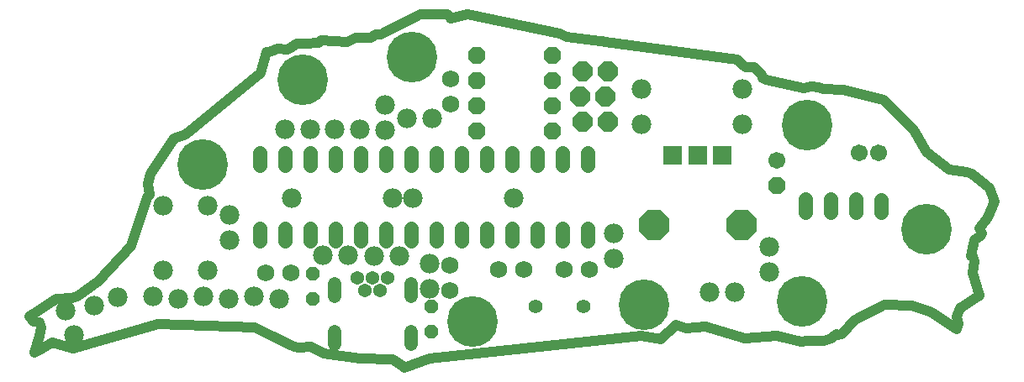
<source format=gts>
G75*
%MOIN*%
%OFA0B0*%
%FSLAX25Y25*%
%IPPOS*%
%LPD*%
%AMOC8*
5,1,8,0,0,1.08239X$1,22.5*
%
%ADD10C,0.03937*%
%ADD11C,0.06900*%
%ADD12OC8,0.07800*%
%ADD13C,0.07800*%
%ADD14C,0.05600*%
%ADD15C,0.05600*%
%ADD16C,0.20085*%
%ADD17C,0.12211*%
%ADD18R,0.07800X0.07800*%
%ADD19OC8,0.12211*%
%ADD20OC8,0.06700*%
%ADD21C,0.06699*%
%ADD22C,0.06700*%
%ADD23OC8,0.05600*%
%ADD24C,0.05400*%
%ADD25C,0.05400*%
D10*
X0008771Y0034515D02*
X0012395Y0036356D01*
X0015808Y0038479D01*
X0024233Y0036008D01*
X0057872Y0045942D01*
X0096039Y0044369D01*
X0102228Y0041358D01*
X0111939Y0036882D01*
X0113708Y0036619D01*
X0118598Y0036712D01*
X0123467Y0034261D01*
X0137856Y0032202D01*
X0150764Y0031709D01*
X0154718Y0029078D01*
X0155374Y0028375D01*
X0165572Y0031988D01*
X0249621Y0041106D01*
X0256961Y0039781D01*
X0263107Y0045413D01*
X0266976Y0044210D01*
X0274740Y0044884D01*
X0290606Y0039964D01*
X0303067Y0041028D01*
X0312641Y0038948D01*
X0312727Y0038873D01*
X0314885Y0039146D01*
X0321861Y0039222D01*
X0324928Y0040062D01*
X0325434Y0040653D01*
X0326727Y0041670D01*
X0326816Y0041423D01*
X0328650Y0041907D01*
X0334188Y0047312D01*
X0345873Y0053438D01*
X0356817Y0053095D01*
X0364536Y0050442D01*
X0374524Y0043791D01*
X0375053Y0045778D01*
X0374453Y0048832D01*
X0375660Y0052207D01*
X0383539Y0056997D01*
X0380720Y0066120D01*
X0381549Y0070766D01*
X0380875Y0072851D01*
X0379966Y0072669D01*
X0381604Y0079242D01*
X0383858Y0080773D01*
X0384381Y0081953D01*
X0383416Y0083909D01*
X0386748Y0088278D01*
X0389604Y0094445D01*
X0387502Y0099819D01*
X0380446Y0105537D01*
X0378569Y0106249D01*
X0371360Y0107004D01*
X0362601Y0114024D01*
X0357615Y0122753D01*
X0345403Y0134756D01*
X0329386Y0138745D01*
X0321403Y0139159D01*
X0319932Y0139754D01*
X0316855Y0140261D01*
X0313816Y0139426D01*
X0298738Y0142801D01*
X0297589Y0143605D01*
X0297283Y0144690D01*
X0294231Y0147799D01*
X0290741Y0147881D01*
X0289356Y0148861D01*
X0287404Y0150934D01*
X0234996Y0157775D01*
X0233808Y0158022D01*
X0233356Y0158114D01*
X0233111Y0158155D01*
X0219625Y0159863D01*
X0217100Y0161211D01*
X0180388Y0168653D01*
X0173902Y0167110D01*
X0173800Y0167465D01*
X0172369Y0168838D01*
X0161872Y0168833D01*
X0146164Y0160869D01*
X0144207Y0160760D01*
X0142243Y0159516D01*
X0142114Y0159493D01*
X0140845Y0159522D01*
X0139613Y0159608D01*
X0136073Y0159324D01*
X0132653Y0157929D01*
X0122497Y0158481D01*
X0121550Y0157432D01*
X0121042Y0157535D01*
X0116351Y0157047D01*
X0112905Y0157205D01*
X0111724Y0156454D01*
X0110748Y0155651D01*
X0109904Y0154996D01*
X0109901Y0154998D01*
X0109233Y0154928D01*
X0105124Y0155142D01*
X0102678Y0154062D01*
X0100895Y0153682D01*
X0098510Y0145476D01*
X0068930Y0121202D01*
X0064241Y0119516D01*
X0054807Y0105464D01*
X0053750Y0101595D01*
X0054562Y0097178D01*
X0053395Y0095981D01*
X0047110Y0076876D01*
X0034112Y0062660D01*
X0025812Y0056845D01*
X0023608Y0056254D01*
X0017317Y0055950D01*
X0006765Y0048892D01*
X0008422Y0046661D01*
X0010658Y0046355D01*
X0011316Y0044610D01*
X0010956Y0041106D01*
X0008771Y0034515D01*
D11*
X0100555Y0066000D03*
X0110555Y0066000D03*
X0173547Y0069149D03*
X0173547Y0059149D03*
X0192919Y0067306D03*
X0202919Y0067306D03*
X0218788Y0067458D03*
X0228788Y0067458D03*
X0173941Y0133165D03*
X0173941Y0143165D03*
D12*
X0225231Y0136142D03*
X0235231Y0136142D03*
X0236231Y0126142D03*
X0226231Y0126142D03*
X0226231Y0146142D03*
X0236231Y0146142D03*
D13*
X0249453Y0139228D03*
X0249610Y0125055D03*
X0289610Y0125055D03*
X0289453Y0139228D03*
X0198950Y0095855D03*
X0158950Y0095855D03*
X0150870Y0095855D03*
X0110870Y0095855D03*
X0086146Y0088992D03*
X0077526Y0092737D03*
X0059726Y0092737D03*
X0086146Y0078992D03*
X0077526Y0067137D03*
X0059726Y0067137D03*
X0055831Y0056764D03*
X0065831Y0055764D03*
X0075831Y0056764D03*
X0085831Y0055764D03*
X0095831Y0056764D03*
X0105831Y0055764D03*
X0123002Y0073070D03*
X0133002Y0073070D03*
X0143312Y0072645D03*
X0153312Y0072645D03*
X0165552Y0069784D03*
X0165552Y0059784D03*
X0238508Y0071748D03*
X0238508Y0081748D03*
X0276599Y0058436D03*
X0286599Y0058436D03*
X0300078Y0066393D03*
X0300078Y0076393D03*
X0166343Y0127417D03*
X0156343Y0127417D03*
X0147957Y0122929D03*
X0137878Y0123086D03*
X0127878Y0123086D03*
X0118035Y0123086D03*
X0108035Y0123086D03*
X0147957Y0132929D03*
X0041922Y0056396D03*
X0032525Y0052975D03*
X0021151Y0051001D03*
X0024571Y0041604D03*
D14*
X0097989Y0078649D02*
X0097989Y0083849D01*
X0107989Y0083849D02*
X0107989Y0078649D01*
X0117989Y0078649D02*
X0117989Y0083849D01*
X0127989Y0083849D02*
X0127989Y0078649D01*
X0137989Y0078649D02*
X0137989Y0083849D01*
X0147989Y0083849D02*
X0147989Y0078649D01*
X0157989Y0078649D02*
X0157989Y0083849D01*
X0167989Y0083849D02*
X0167989Y0078649D01*
X0177989Y0078649D02*
X0177989Y0083849D01*
X0187989Y0083849D02*
X0187989Y0078649D01*
X0197989Y0078649D02*
X0197989Y0083849D01*
X0207989Y0083849D02*
X0207989Y0078649D01*
X0217989Y0078649D02*
X0217989Y0083849D01*
X0227989Y0083849D02*
X0227989Y0078649D01*
X0227989Y0108649D02*
X0227989Y0113849D01*
X0217989Y0113849D02*
X0217989Y0108649D01*
X0207989Y0108649D02*
X0207989Y0113849D01*
X0197989Y0113849D02*
X0197989Y0108649D01*
X0187989Y0108649D02*
X0187989Y0113849D01*
X0177989Y0113849D02*
X0177989Y0108649D01*
X0167989Y0108649D02*
X0167989Y0113849D01*
X0157989Y0113849D02*
X0157989Y0108649D01*
X0147989Y0108649D02*
X0147989Y0113849D01*
X0137989Y0113849D02*
X0137989Y0108649D01*
X0127989Y0108649D02*
X0127989Y0113849D01*
X0117989Y0113849D02*
X0117989Y0108649D01*
X0107989Y0108649D02*
X0107989Y0113849D01*
X0097989Y0113849D02*
X0097989Y0108649D01*
X0314585Y0095295D02*
X0314585Y0090095D01*
X0324585Y0090095D02*
X0324585Y0095295D01*
X0324607Y0095284D02*
X0324607Y0090084D01*
X0334585Y0090095D02*
X0334585Y0095295D01*
X0334607Y0095284D02*
X0334607Y0090084D01*
X0344607Y0090084D02*
X0344607Y0095284D01*
D15*
X0226503Y0052629D03*
X0207503Y0052629D03*
D16*
X0182587Y0046787D03*
X0250297Y0053506D03*
X0313107Y0054916D03*
X0362429Y0083336D03*
X0315184Y0124896D03*
X0158444Y0151744D03*
X0115002Y0142794D03*
X0075449Y0109150D03*
D17*
X0075449Y0109150D03*
X0115002Y0142794D03*
X0158444Y0151744D03*
X0315184Y0124896D03*
X0362429Y0083336D03*
X0313107Y0054916D03*
X0250297Y0053506D03*
X0182587Y0046787D03*
D18*
X0261853Y0112741D03*
X0271695Y0112741D03*
X0281538Y0112741D03*
D19*
X0289018Y0085182D03*
X0254373Y0085182D03*
D20*
X0303075Y0100764D03*
X0214042Y0122408D03*
X0214042Y0132408D03*
X0214042Y0142408D03*
X0214042Y0152408D03*
X0184042Y0152408D03*
X0184042Y0142408D03*
X0184042Y0132408D03*
X0184042Y0122408D03*
D21*
X0335704Y0113790D03*
X0343578Y0113790D03*
D22*
X0303075Y0110764D03*
D23*
X0166067Y0052890D03*
X0166067Y0042890D03*
X0119217Y0055882D03*
X0119217Y0065882D03*
D24*
X0127681Y0061744D02*
X0127681Y0056744D01*
X0127681Y0042744D02*
X0127681Y0037744D01*
X0157996Y0037744D02*
X0157996Y0042744D01*
X0157996Y0056744D02*
X0157996Y0061744D01*
D25*
X0148839Y0064244D03*
X0142839Y0064244D03*
X0145791Y0059244D03*
X0139886Y0059244D03*
X0136839Y0064244D03*
M02*

</source>
